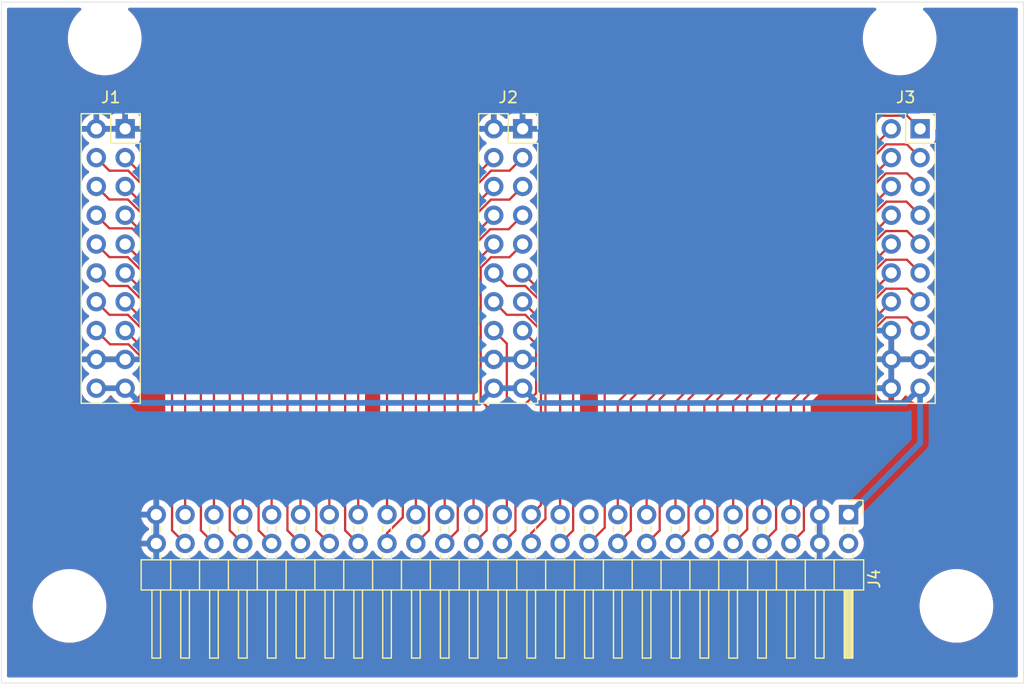
<source format=kicad_pcb>
(kicad_pcb (version 20240108) (generator "pcbnew") (generator_version "8.0")
  (layers (0 "F.Cu" signal) (31 "B.Cu" signal) (34 "B.Paste" user) (35 "F.Paste" user) (36 "B.SilkS" user "B.Silkscreen") (37 "F.SilkS" user "F.Silkscreen") (38 "B.Mask" user) (39 "F.Mask" user) (44 "Edge.Cuts" user))
  (net 0 "")
  (net 1 "/G17")
  (net 2 "/D15")
  (net 3 "/E15")
  (net 4 "GND")
  (net 5 "/C17")
  (net 6 "/E17")
  (net 7 "/C18")
  (net 8 "/F17")
  (net 9 "/F18")
  (net 10 "/G15")
  (net 11 "/F15")
  (net 12 "/G16")
  (net 13 "/E18")
  (net 14 "/H16")
  (net 15 "/E16")
  (net 16 "/D18")
  (net 17 "+5V")
  (net 18 "/A13")
  (net 19 "/C13")
  (net 20 "/B15")
  (net 21 "/D13")
  (net 22 "/B14")
  (net 23 "/B17")
  (net 24 "/A14")
  (net 25 "/C14")
  (net 26 "/C16")
  (net 27 "/D14")
  (net 28 "/A15")
  (net 29 "/B16")
  (net 30 "/A17")
  (net 31 "/C12")
  (net 32 "/D11")
  (net 33 "/D9")
  (net 34 "/D10")
  (net 35 "/C11")
  (net 36 "/A10")
  (net 37 "/C9")
  (net 38 "/A9")
  (net 39 "/B11")
  (net 40 "/B12")
  (net 41 "/F14")
  (net 42 "/E13")
  (net 43 "/A12")
  (net 44 "/D16")
  (net 45 "/B9")
  (net 46 "/B10")
  (net 47 "+3.3V")
  (footprint "Connector_PinHeader_2.54mm:PinHeader_2x25_P2.54mm_Horizontal" (layer "F.Cu") (at 168.5 117.06 -90)
    (property "Reference" "J4" (at 5.655 -2.27 90) (layer "F.SilkS"))
    (property "Value" "Conn_02x25_Odd_Even")
    (fp_line (start 3.98 62.29) (end 6.64 62.29) (stroke (width 0.12)) (layer "F.SilkS"))
    (fp_line (start 6.64 62.29) (end 6.64 -1.33) (stroke (width 0.12)) (layer "F.SilkS"))
    (fp_line (start 1.042929 61.34) (end 1.497071 61.34) (stroke (width 0.12)) (layer "F.SilkS"))
    (fp_line (start 3.582929 61.34) (end 3.98 61.34) (stroke (width 0.12)) (layer "F.SilkS"))
    (fp_line (start 12.64 61.34) (end 6.64 61.34) (stroke (width 0.12)) (layer "F.SilkS"))
    (fp_line (start 1.042929 60.58) (end 1.497071 60.58) (stroke (width 0.12)) (layer "F.SilkS"))
    (fp_line (start 3.582929 60.58) (end 3.98 60.58) (stroke (width 0.12)) (layer "F.SilkS"))
    (fp_line (start 6.64 60.58) (end 12.64 60.58) (stroke (width 0.12)) (layer "F.SilkS"))
    (fp_line (start 12.64 60.58) (end 12.64 61.34) (stroke (width 0.12)) (layer "F.SilkS"))
    (fp_line (start 3.98 59.69) (end 6.64 59.69) (stroke (width 0.12)) (layer "F.SilkS"))
    (fp_line (start 1.042929 58.8) (end 1.497071 58.8) (stroke (width 0.12)) (layer "F.SilkS"))
    (fp_line (start 3.582929 58.8) (end 3.98 58.8) (stroke (width 0.12)) (layer "F.SilkS"))
    (fp_line (start 12.64 58.8) (end 6.64 58.8) (stroke (width 0.12)) (layer "F.SilkS"))
    (fp_line (start 1.042929 58.04) (end 1.497071 58.04) (stroke (width 0.12)) (layer "F.SilkS"))
    (fp_line (start 3.582929 58.04) (end 3.98 58.04) (stroke (width 0.12)) (layer "F.SilkS"))
    (fp_line (start 6.64 58.04) (end 12.64 58.04) (stroke (width 0.12)) (layer "F.SilkS"))
    (fp_line (start 12.64 58.04) (end 12.64 58.8) (stroke (width 0.12)) (layer "F.SilkS"))
    (fp_line (start 3.98 57.15) (end 6.64 57.15) (stroke (width 0.12)) (layer "F.SilkS"))
    (fp_line (start 1.042929 56.26) (end 1.497071 56.26) (stroke (width 0.12)) (layer "F.SilkS"))
    (fp_line (start 3.582929 56.26) (end 3.98 56.26) (stroke (width 0.12)) (layer "F.SilkS"))
    (fp_line (start 12.64 56.26) (end 6.64 56.26) (stroke (width 0.12)) (layer "F.SilkS"))
    (fp_line (start 1.042929 55.5) (end 1.497071 55.5) (stroke (width 0.12)) (layer "F.SilkS"))
    (fp_line (start 3.582929 55.5) (end 3.98 55.5) (stroke (width 0.12)) (layer "F.SilkS"))
    (fp_line (start 6.64 55.5) (end 12.64 55.5) (stroke (width 0.12)) (layer "F.SilkS"))
    (fp_line (start 12.64 55.5) (end 12.64 56.26) (stroke (width 0.12)) (layer "F.SilkS"))
    (fp_line (start 3.98 54.61) (end 6.64 54.61) (stroke (width 0.12)) (layer "F.SilkS"))
    (fp_line (start 1.042929 53.72) (end 1.497071 53.72) (stroke (width 0.12)) (layer "F.SilkS"))
    (fp_line (start 3.582929 53.72) (end 3.98 53.72) (stroke (width 0.12)) (layer "F.SilkS"))
    (fp_line (start 12.64 53.72) (end 6.64 53.72) (stroke (width 0.12)) (layer "F.SilkS"))
    (fp_line (start 1.042929 52.96) (end 1.497071 52.96) (stroke (width 0.12)) (layer "F.SilkS"))
    (fp_line (start 3.582929 52.96) (end 3.98 52.96) (stroke (width 0.12)) (layer "F.SilkS"))
    (fp_line (start 6.64 52.96) (end 12.64 52.96) (stroke (width 0.12)) (layer "F.SilkS"))
    (fp_line (start 12.64 52.96) (end 12.64 53.72) (stroke (width 0.12)) (layer "F.SilkS"))
    (fp_line (start 3.98 52.07) (end 6.64 52.07) (stroke (width 0.12)) (layer "F.SilkS"))
    (fp_line (start 1.042929 51.18) (end 1.497071 51.18) (stroke (width 0.12)) (layer "F.SilkS"))
    (fp_line (start 3.582929 51.18) (end 3.98 51.18) (stroke (width 0.12)) (layer "F.SilkS"))
    (fp_line (start 12.64 51.18) (end 6.64 51.18) (stroke (width 0.12)) (layer "F.SilkS"))
    (fp_line (start 1.042929 50.42) (end 1.497071 50.42) (stroke (width 0.12)) (layer "F.SilkS"))
    (fp_line (start 3.582929 50.42) (end 3.98 50.42) (stroke (width 0.12)) (layer "F.SilkS"))
    (fp_line (start 6.64 50.42) (end 12.64 50.42) (stroke (width 0.12)) (layer "F.SilkS"))
    (fp_line (start 12.64 50.42) (end 12.64 51.18) (stroke (width 0.12)) (layer "F.SilkS"))
    (fp_line (start 3.98 49.53) (end 6.64 49.53) (stroke (width 0.12)) (layer "F.SilkS"))
    (fp_line (start 1.042929 48.64) (end 1.497071 48.64) (stroke (width 0.12)) (layer "F.SilkS"))
    (fp_line (start 3.582929 48.64) (end 3.98 48.64) (stroke (width 0.12)) (layer "F.SilkS"))
    (fp_line (start 12.64 48.64) (end 6.64 48.64) (stroke (width 0.12)) (layer "F.SilkS"))
    (fp_line (start 1.042929 47.88) (end 1.497071 47.88) (stroke (width 0.12)) (layer "F.SilkS"))
    (fp_line (start 3.582929 47.88) (end 3.98 47.88) (stroke (width 0.12)) (layer "F.SilkS"))
    (fp_line (start 6.64 47.88) (end 12.64 47.88) (stroke (width 0.12)) (layer "F.SilkS"))
    (fp_line (start 12.64 47.88) (end 12.64 48.64) (stroke (width 0.12)) (layer "F.SilkS"))
    (fp_line (start 3.98 46.99) (end 6.64 46.99) (stroke (width 0.12)) (layer "F.SilkS"))
    (fp_line (start 1.042929 46.1) (end 1.497071 46.1) (stroke (width 0.12)) (layer "F.SilkS"))
    (fp_line (start 3.582929 46.1) (end 3.98 46.1) (stroke (width 0.12)) (layer "F.SilkS"))
    (fp_line (start 12.64 46.1) (end 6.64 46.1) (stroke (width 0.12)) (layer "F.SilkS"))
    (fp_line (start 1.042929 45.34) (end 1.497071 45.34) (stroke (width 0.12)) (layer "F.SilkS"))
    (fp_line (start 3.582929 45.34) (end 3.98 45.34) (stroke (width 0.12)) (layer "F.SilkS"))
    (fp_line (start 6.64 45.34) (end 12.64 45.34) (stroke (width 0.12)) (layer "F.SilkS"))
    (fp_line (start 12.64 45.34) (end 12.64 46.1) (stroke (width 0.12)) (layer "F.SilkS"))
    (fp_line (start 3.98 44.45) (end 6.64 44.45) (stroke (width 0.12)) (layer "F.SilkS"))
    (fp_line (start 1.042929 43.56) (end 1.497071 43.56) (stroke (width 0.12)) (layer "F.SilkS"))
    (fp_line (start 3.582929 43.56) (end 3.98 43.56) (stroke (width 0.12)) (layer "F.SilkS"))
    (fp_line (start 12.64 43.56) (end 6.64 43.56) (stroke (width 0.12)) (layer "F.SilkS"))
    (fp_line (start 1.042929 42.8) (end 1.497071 42.8) (stroke (width 0.12)) (layer "F.SilkS"))
    (fp_line (start 3.582929 42.8) (end 3.98 42.8) (stroke (width 0.12)) (layer "F.SilkS"))
    (fp_line (start 6.64 42.8) (end 12.64 42.8) (stroke (width 0.12)) (layer "F.SilkS"))
    (fp_line (start 12.64 42.8) (end 12.64 43.56) (stroke (width 0.12)) (layer "F.SilkS"))
    (fp_line (start 3.98 41.91) (end 6.64 41.91) (stroke (width 0.12)) (layer "F.SilkS"))
    (fp_line (start 1.042929 41.02) (end 1.497071 41.02) (stroke (width 0.12)) (layer "F.SilkS"))
    (fp_line (start 3.582929 41.02) (end 3.98 41.02) (stroke (width 0.12)) (layer "F.SilkS"))
    (fp_line (start 12.64 41.02) (end 6.64 41.02) (stroke (width 0.12)) (layer "F.SilkS"))
    (fp_line (start 1.042929 40.26) (end 1.497071 40.26) (stroke (width 0.12)) (layer "F.SilkS"))
    (fp_line (start 3.582929 40.26) (end 3.98 40.26) (stroke (width 0.12)) (layer "F.SilkS"))
    (fp_line (start 6.64 40.26) (end 12.64 40.26) (stroke (width 0.12)) (layer "F.SilkS"))
    (fp_line (start 12.64 40.26) (end 12.64 41.02) (stroke (width 0.12)) (layer "F.SilkS"))
    (fp_line (start 3.98 39.37) (end 6.64 39.37) (stroke (width 0.12)) (layer "F.SilkS"))
    (fp_line (start 1.042929 38.48) (end 1.497071 38.48) (stroke (width 0.12)) (layer "F.SilkS"))
    (fp_line (start 3.582929 38.48) (end 3.98 38.48) (stroke (width 0.12)) (layer "F.SilkS"))
    (fp_line (start 12.64 38.48) (end 6.64 38.48) (stroke (width 0.12)) (layer "F.SilkS"))
    (fp_line (start 1.042929 37.72) (end 1.497071 37.72) (stroke (width 0.12)) (layer "F.SilkS"))
    (fp_line (start 3.582929 37.72) (end 3.98 37.72) (stroke (width 0.12)) (layer "F.SilkS"))
    (fp_line (start 6.64 37.72) (end 12.64 37.72) (stroke (width 0.12)) (layer "F.SilkS"))
    (fp_line (start 12.64 37.72) (end 12.64 38.48) (stroke (width 0.12)) (layer "F.SilkS"))
    (fp_line (start 3.98 36.83) (end 6.64 36.83) (stroke (width 0.12)) (layer "F.SilkS"))
    (fp_line (start 1.042929 35.94) (end 1.497071 35.94) (stroke (width 0.12)) (layer "F.SilkS"))
    (fp_line (start 3.582929 35.94) (end 3.98 35.94) (stroke (width 0.12)) (layer "F.SilkS"))
    (fp_line (start 12.64 35.94) (end 6.64 35.94) (stroke (width 0.12)) (layer "F.SilkS"))
    (fp_line (start 1.042929 35.18) (end 1.497071 35.18) (stroke (width 0.12)) (layer "F.SilkS"))
    (fp_line (start 3.582929 35.18) (end 3.98 35.18) (stroke (width 0.12)) (layer "F.SilkS"))
    (fp_line (start 6.64 35.18) (end 12.64 35.18) (stroke (width 0.12)) (layer "F.SilkS"))
    (fp_line (start 12.64 35.18) (end 12.64 35.94) (stroke (width 0.12)) (layer "F.SilkS"))
    (fp_line (start 3.98 34.29) (end 6.64 34.29) (stroke (width 0.12)) (layer "F.SilkS"))
    (fp_line (start 1.042929 33.4) (end 1.497071 33.4) (stroke (width 0.12)) (layer "F.SilkS"))
    (fp_line (start 3.582929 33.4) (end 3.98 33.4) (stroke (width 0.12)) (layer "F.SilkS"))
    (fp_line (start 12.64 33.4) (end 6.64 33.4) (stroke (width 0.12)) (layer "F.SilkS"))
    (fp_line (start 1.042929 32.64) (end 1.497071 32.64) (stroke (width 0.12)) (layer "F.SilkS"))
    (fp_line (start 3.582929 32.64) (end 3.98 32.64) (stroke (width 0.12)) (layer "F.SilkS"))
    (fp_line (start 6.64 32.64) (end 12.64 32.64) (stroke (width 0.12)) (layer "F.SilkS"))
    (fp_line (start 12.64 32.64) (end 12.64 33.4) (stroke (width 0.12)) (layer "F.SilkS"))
    (fp_line (start 3.98 31.75) (end 6.64 31.75) (stroke (width 0.12)) (layer "F.SilkS"))
    (fp_line (start 1.042929 30.86) (end 1.497071 30.86) (stroke (width 0.12)) (layer "F.SilkS"))
    (fp_line (start 3.582929 30.86) (end 3.98 30.86) (stroke (width 0.12)) (layer "F.SilkS"))
    (fp_line (start 12.64 30.86) (end 6.64 30.86) (stroke (width 0.12)) (layer "F.SilkS"))
    (fp_line (start 1.042929 30.1) (end 1.497071 30.1) (stroke (width 0.12)) (layer "F.SilkS"))
    (fp_line (start 3.582929 30.1) (end 3.98 30.1) (stroke (width 0.12)) (layer "F.SilkS"))
    (fp_line (start 6.64 30.1) (end 12.64 30.1) (stroke (width 0.12)) (layer "F.SilkS"))
    (fp_line (start 12.64 30.1) (end 12.64 30.86) (stroke (width 0.12)) (layer "F.SilkS"))
    (fp_line (start 3.98 29.21) (end 6.64 29.21) (stroke (width 0.12)) (layer "F.SilkS"))
    (fp_line (start 1.042929 28.32) (end 1.497071 28.32) (stroke (width 0.12)) (layer "F.SilkS"))
    (fp_line (start 3.582929 28.32) (end 3.98 28.32) (stroke (width 0.12)) (layer "F.SilkS"))
    (fp_line (start 12.64 28.32) (end 6.64 28.32) (stroke (width 0.12)) (layer "F.SilkS"))
    (fp_line (start 1.042929 27.56) (end 1.497071 27.56) (stroke (width 0.12)) (layer "F.SilkS"))
    (fp_line (start 3.582929 27.56) (end 3.98 27.56) (stroke (width 0.12)) (layer "F.SilkS"))
    (fp_line (start 6.64 27.56) (end 12.64 27.56) (stroke (width 0.12)) (layer "F.SilkS"))
    (fp_line (start 12.64 27.56) (end 12.64 28.32) (stroke (width 0.12)) (layer "F.SilkS"))
    (fp_line (start 3.98 26.67) (end 6.64 26.67) (stroke (width 0.12)) (layer "F.SilkS"))
    (fp_line (start 1.042929 25.78) (end 1.497071 25.78) (stroke (width 0.12)) (layer "F.SilkS"))
    (fp_line (start 3.582929 25.78) (end 3.98 25.78) (stroke (width 0.12)) (layer "F.SilkS"))
    (fp_line (start 12.64 25.78) (end 6.64 25.78) (stroke (width 0.12)) (layer "F.SilkS"))
    (fp_line (start 1.042929 25.02) (end 1.497071 25.02) (stroke (width 0.12)) (layer "F.SilkS"))
    (fp_line (start 3.582929 25.02) (end 3.98 25.02) (stroke (width 0.12)) (layer "F.SilkS"))
    (fp_line (start 6.64 25.02) (end 12.64 25.02) (stroke (width 0.12)) (layer "F.SilkS"))
    (fp_line (start 12.64 25.02) (end 12.64 25.78) (stroke (width 0.12)) (layer "F.SilkS"))
    (fp_line (start 3.98 24.13) (end 6.64 24.13) (stroke (width 0.12)) (layer "F.SilkS"))
    (fp_line (start 1.042929 23.24) (end 1.497071 23.24) (stroke (width 0.12)) (layer "F.SilkS"))
    (fp_line (start 3.582929 23.24) (end 3.98 23.24) (stroke (width 0.12)) (layer "F.SilkS"))
    (fp_line (start 12.64 23.24) (end 6.64 23.24) (stroke (width 0.12)) (layer "F.SilkS"))
    (fp_line (start 1.042929 22.48) (end 1.497071 22.48) (stroke (width 0.12)) (layer "F.SilkS"))
    (fp_line (start 3.582929 22.48) (end 3.98 22.48) (stroke (width 0.12)) (layer "F.SilkS"))
    (fp_line (start 6.64 22.48) (end 12.64 22.48) (stroke (width 0.12)) (layer "F.SilkS"))
    (fp_line (start 12.64 22.48) (end 12.64 23.24) (stroke (width 0.12)) (layer "F.SilkS"))
    (fp_line (start 3.98 21.59) (end 6.64 21.59) (stroke (width 0.12)) (layer "F.SilkS"))
    (fp_line (start 1.042929 20.7) (end 1.497071 20.7) (stroke (width 0.12)) (layer "F.SilkS"))
    (fp_line (start 3.582929 20.7) (end 3.98 20.7) (stroke (width 0.12)) (layer "F.SilkS"))
    (fp_line (start 12.64 20.7) (end 6.64 20.7) (stroke (width 0.12)) (layer "F.SilkS"))
    (fp_line (start 1.042929 19.94) (end 1.497071 19.94) (stroke (width 0.12)) (layer "F.SilkS"))
    (fp_line (start 3.582929 19.94) (end 3.98 19.94) (stroke (width 0.12)) (layer "F.SilkS"))
    (fp_line (start 6.64 19.94) (end 12.64 19.94) (stroke (width 0.12)) (layer "F.SilkS"))
    (fp_line (start 12.64 19.94) (end 12.64 20.7) (stroke (width 0.12)) (layer "F.SilkS"))
    (fp_line (start 3.98 19.05) (end 6.64 19.05) (stroke (width 0.12)) (layer "F.SilkS"))
    (fp_line (start 1.042929 18.16) (end 1.497071 18.16) (stroke (width 0.12)) (layer "F.SilkS"))
    (fp_line (start 3.582929 18.16) (end 3.98 18.16) (stroke (width 0.12)) (layer "F.SilkS"))
    (fp_line (start 12.64 18.16) (end 6.64 18.16) (stroke (width 0.12)) (layer "F.SilkS"))
    (fp_line (start 1.042929 17.4) (end 1.497071 17.4) (stroke (width 0.12)) (layer "F.SilkS"))
    (fp_line (start 3.582929 17.4) (end 3.98 17.4) (stroke (width 0.12)) (layer "F.SilkS"))
    (fp_line (start 6.64 17.4) (end 12.64 17.4) (stroke (width 0.12)) (layer "F.SilkS"))
    (fp_line (start 12.64 17.4) (end 12.64 18.16) (stroke (width 0.12)) (layer "F.SilkS"))
    (fp_line (start 3.98 16.51) (end 6.64 16.51) (stroke (width 0.12)) (layer "F.SilkS"))
    (fp_line (start 1.042929 15.62) (end 1.497071 15.62) (stroke (width 0.12)) (layer "F.SilkS"))
    (fp_line (start 3.582929 15.62) (end 3.98 15.62) (stroke (width 0.12)) (layer "F.SilkS"))
    (fp_line (start 12.64 15.62) (end 6.64 15.62) (stroke (width 0.12)) (layer "F.SilkS"))
    (fp_line (start 1.042929 14.86) (end 1.497071 14.86) (stroke (width 0.12)) (layer "F.SilkS"))
    (fp_line (start 3.582929 14.86) (end 3.98 14.86) (stroke (width 0.12)) (layer "F.SilkS"))
    (fp_line (start 6.64 14.86) (end 12.64 14.86) (stroke (width 0.12)) (layer "F.SilkS"))
    (fp_line (start 12.64 14.86) (end 12.64 15.62) (stroke (width 0.12)) (layer "F.SilkS"))
    (fp_line (start 3.98 13.97) (end 6.64 13.97) (stroke (width 0.12)) (layer "F.SilkS"))
    (fp_line (start 1.042929 13.08) (end 1.497071 13.08) (stroke (width 0.12)) (layer "F.SilkS"))
    (fp_line (start 3.582929 13.08) (end 3.98 13.08) (stroke (width 0.12)) (layer "F.SilkS"))
    (fp_line (start 12.64 13.08) (end 6.64 13.08) (stroke (width 0.12)) (layer "F.SilkS"))
    (fp_line (start 1.042929 12.32) (end 1.497071 12.32) (stroke (width 0.12)) (layer "F.SilkS"))
    (fp_line (start 3.582929 12.32) (end 3.98 12.32) (stroke (width 0.12)) (layer "F.SilkS"))
    (fp_line (start 6.64 12.32) (end 12.64 12.32) (stroke (width 0.12)) (layer "F.SilkS"))
    (fp_line (start 12.64 12.32) (end 12.64 13.08) (stroke (width 0.12)) (layer "F.SilkS"))
    (fp_line (start 3.98 11.43) (end 6.64 11.43) (stroke (width 0.12)) (layer "F.SilkS"))
    (fp_line (start 1.042929 10.54) (end 1.497071 10.54) (stroke (width 0.12)) (layer "F.SilkS"))
    (fp_line (start 3.582929 10.54) (end 3.98 10.54) (stroke (width 0.12)) (layer "F.SilkS"))
    (fp_line (start 12.64 10.54) (end 6.64 10.54) (stroke (width 0.12)) (layer "F.SilkS"))
    (fp_line (start 1.042929 9.78) (end 1.497071 9.78) (stroke (width 0.12)) (layer "F.SilkS"))
    (fp_line (start 3.582929 9.78) (end 3.98 9.78) (stroke (width 0.12)) (layer "F.SilkS"))
    (fp_line (start 6.64 9.78) (end 12.64 9.78) (stroke (width 0.12)) (layer "F.SilkS"))
    (fp_line (start 12.64 9.78) (end 12.64 10.54) (stroke (width 0.12)) (layer "F.SilkS"))
    (fp_line (start 3.98 8.89) (end 6.64 8.89) (stroke (width 0.12)) (layer "F.SilkS"))
    (fp_line (start 1.042929 8) (end 1.497071 8) (stroke (width 0.12)) (layer "F.SilkS"))
    (fp_line (start 3.582929 8) (end 3.98 8) (stroke (width 0.12)) (layer "F.SilkS"))
    (fp_line (start 12.64 8) (end 6.64 8) (stroke (width 0.12)) (layer "F.SilkS"))
    (fp_line (start 1.042929 7.24) (end 1.497071 7.24) (stroke (width 0.12)) (layer "F.SilkS"))
    (fp_line (start 3.582929 7.24) (end 3.98 7.24) (stroke (width 0.12)) (layer "F.SilkS"))
    (fp_line (start 6.64 7.24) (end 12.64 7.24) (stroke (width 0.12)) (layer "F.SilkS"))
    (fp_line (start 12.64 7.24) (end 12.64 8) (stroke (width 0.12)) (layer "F.SilkS"))
    (fp_line (start 3.98 6.35) (end 6.64 6.35) (stroke (width 0.12)) (layer "F.SilkS"))
    (fp_line (start 1.042929 5.46) (end 1.497071 5.46) (stroke (width 0.12)) (layer "F.SilkS"))
    (fp_line (start 3.582929 5.46) (end 3.98 5.46) (stroke (width 0.12)) (layer "F.SilkS"))
    (fp_line (start 12.64 5.46) (end 6.64 5.46) (stroke (width 0.12)) (layer "F.SilkS"))
    (fp_line (start 1.042929 4.7) (end 1.497071 4.7) (stroke (width 0.12)) (layer "F.SilkS"))
    (fp_line (start 3.582929 4.7) (end 3.98 4.7) (stroke (width 0.12)) (layer "F.SilkS"))
    (fp_line (start 6.64 4.7) (end 12.64 4.7) (stroke (width 0.12)) (layer "F.SilkS"))
    (fp_line (start 12.64 4.7) (end 12.64 5.46) (stroke (width 0.12)) (layer "F.SilkS"))
    (fp_line (start 3.98 3.81) (end 6.64 3.81) (stroke (width 0.12)) (layer "F.SilkS"))
    (fp_line (start 1.042929 2.92) (end 1.497071 2.92) (stroke (width 0.12)) (layer "F.SilkS"))
    (fp_line (start 3.582929 2.92) (end 3.98 2.92) (stroke (width 0.12)) (layer "F.SilkS"))
    (fp_line (start 12.64 2.92) (end 6.64 2.92) (stroke (width 0.12)) (layer "F.SilkS"))
    (fp_line (start 1.042929 2.16) (end 1.497071 2.16) (stroke (width 0.12)) (layer "F.SilkS"))
    (fp_line (start 3.582929 2.16) (end 3.98 2.16) (stroke (width 0.12)) (layer "F.SilkS"))
    (fp_line (start 6.64 2.16) (end 12.64 2.16) (stroke (width 0.12)) (layer "F.SilkS"))
    (fp_line (start 12.64 2.16) (end 12.64 2.92) (stroke (width 0.12)) (layer "F.SilkS"))
    (fp_line (start 3.98 1.27) (end 6.64 1.27) (stroke (width 0.12)) (layer "F.SilkS"))
    (fp_line (start 1.11 0.38) (end 1.497071 0.38) (stroke (width 0.12)) (layer "F.SilkS"))
    (fp_line (start 3.582929 0.38) (end 3.98 0.38) (stroke (width 0.12)) (layer "F.SilkS"))
    (fp_line (start 12.64 0.38) (end 6.64 0.38) (stroke (width 0.12)) (layer "F.SilkS"))
    (fp_line (start 6.64 0.28) (end 12.64 0.28) (stroke (width 0.12)) (layer "F.SilkS"))
    (fp_line (start 6.64 0.16) (end 12.64 0.16) (stroke (width 0.12)) (layer "F.SilkS"))
    (fp_line (start 6.64 0.04) (end 12.64 0.04) (stroke (width 0.12)) (layer "F.SilkS"))
    (fp_line (start -1.27 0) (end -1.27 -1.27) (stroke (width 0.12)) (layer "F.SilkS"))
    (fp_line (start 6.64 -0.08) (end 12.64 -0.08) (stroke (width 0.12)) (layer "F.SilkS"))
    (fp_line (start 6.64 -0.2) (end 12.64 -0.2) (stroke (width 0.12)) (layer "F.SilkS"))
    (fp_line (start 6.64 -0.32) (end 12.64 -0.32) (stroke (width 0.12)) (layer "F.SilkS"))
    (fp_line (start 1.11 -0.38) (end 1.497071 -0.38) (stroke (width 0.12)) (layer "F.SilkS"))
    (fp_line (start 3.582929 -0.38) (end 3.98 -0.38) (stroke (width 0.12)) (layer "F.SilkS"))
    (fp_line (start 6.64 -0.38) (end 12.64 -0.38) (stroke (width 0.12)) (layer "F.SilkS"))
    (fp_line (start 12.64 -0.38) (end 12.64 0.38) (stroke (width 0.12)) (layer "F.SilkS"))
    (fp_line (start -1.27 -1.27) (end 0 -1.27) (stroke (width 0.12)) (layer "F.SilkS"))
    (fp_line (start 3.98 -1.33) (end 3.98 62.29) (stroke (width 0.12)) (layer "F.SilkS"))
    (fp_line (start 6.64 -1.33) (end 3.98 -1.33) (stroke (width 0.12)) (layer "F.SilkS"))
    (pad "1" thru_hole rect (at 0 0 270) (size 1.7 1.7) (drill 1) (layers "*.Cu" "*.Mask") (net 17 "+5V"))
    (pad "2" thru_hole oval (at 2.54 0 270) (size 1.7 1.7) (drill 1) (layers "*.Cu" "*.Mask") (net 47 "+3.3V"))
    (pad "3" thru_hole oval (at 0 2.54 270) (size 1.7 1.7) (drill 1) (layers "*.Cu" "*.Mask") (net 4 "GND"))
    (pad "4" thru_hole oval (at 2.54 2.54 270) (size 1.7 1.7) (drill 1) (layers "*.Cu" "*.Mask") (net 4 "GND"))
    (pad "5" thru_hole oval (at 0 5.08 270) (size 1.7 1.7) (drill 1) (layers "*.Cu" "*.Mask") (net 9 "/F18"))
    (pad "6" thru_hole oval (at 2.54 5.08 270) (size 1.7 1.7) (drill 1) (layers "*.Cu" "*.Mask") (net 1 "/G17"))
    (pad "7" thru_hole oval (at 0 7.62 270) (size 1.7 1.7) (drill 1) (layers "*.Cu" "*.Mask") (net 13 "/E18"))
    (pad "8" thru_hole oval (at 2.54 7.62 270) (size 1.7 1.7) (drill 1) (layers "*.Cu" "*.Mask") (net 8 "/F17"))
    (pad "9" thru_hole oval (at 0 10.16 270) (size 1.7 1.7) (drill 1) (layers "*.Cu" "*.Mask") (net 16 "/D18"))
    (pad "10" thru_hole oval (at 2.54 10.16 270) (size 1.7 1.7) (drill 1) (layers "*.Cu" "*.Mask") (net 6 "/E17"))
    (pad "11" thru_hole oval (at 0 12.7 270) (size 1.7 1.7) (drill 1) (layers "*.Cu" "*.Mask") (net 5 "/C17"))
    (pad "12" thru_hole oval (at 2.54 12.7 270) (size 1.7 1.7) (drill 1) (layers "*.Cu" "*.Mask") (net 7 "/C18"))
    (pad "13" thru_hole oval (at 0 15.24 270) (size 1.7 1.7) (drill 1) (layers "*.Cu" "*.Mask") (net 10 "/G15"))
    (pad "14" thru_hole oval (at 2.54 15.24 270) (size 1.7 1.7) (drill 1) (layers "*.Cu" "*.Mask") (net 14 "/H16"))
    (pad "15" thru_hole oval (at 0 17.78 270) (size 1.7 1.7) (drill 1) (layers "*.Cu" "*.Mask") (net 11 "/F15"))
    (pad "16" thru_hole oval (at 2.54 17.78 270) (size 1.7 1.7) (drill 1) (layers "*.Cu" "*.Mask") (net 12 "/G16"))
    (pad "17" thru_hole oval (at 0 20.32 270) (size 1.7 1.7) (drill 1) (layers "*.Cu" "*.Mask") (net 15 "/E16"))
    (pad "18" thru_hole oval (at 2.54 20.32 270) (size 1.7 1.7) (drill 1) (layers "*.Cu" "*.Mask") (net 3 "/E15"))
    (pad "19" thru_hole oval (at 0 22.86 270) (size 1.7 1.7) (drill 1) (layers "*.Cu" "*.Mask") (net 44 "/D16"))
    (pad "20" thru_hole oval (at 2.54 22.86 270) (size 1.7 1.7) (drill 1) (layers "*.Cu" "*.Mask") (net 2 "/D15"))
    (pad "21" thru_hole oval (at 0 25.4 270) (size 1.7 1.7) (drill 1) (layers "*.Cu" "*.Mask") (net 30 "/A17"))
    (pad "22" thru_hole oval (at 2.54 25.4 270) (size 1.7 1.7) (drill 1) (layers "*.Cu" "*.Mask") (net 23 "/B17"))
    (pad "23" thru_hole oval (at 0 27.94 270) (size 1.7 1.7) (drill 1) (layers "*.Cu" "*.Mask") (net 26 "/C16"))
    (pad "24" thru_hole oval (at 2.54 27.94 270) (size 1.7 1.7) (drill 1) (layers "*.Cu" "*.Mask") (net 29 "/B16"))
    (pad "25" thru_hole oval (at 0 30.48 270) (size 1.7 1.7) (drill 1) (layers "*.Cu" "*.Mask") (net 28 "/A15"))
    (pad "26" thru_hole oval (at 2.54 30.48 270) (size 1.7 1.7) (drill 1) (layers "*.Cu" "*.Mask") (net 20 "/B15"))
    (pad "27" thru_hole oval (at 0 33.02 270) (size 1.7 1.7) (drill 1) (layers "*.Cu" "*.Mask") (net 24 "/A14"))
    (pad "28" thru_hole oval (at 2.54 33.02 270) (size 1.7 1.7) (drill 1) (layers "*.Cu" "*.Mask") (net 22 "/B14"))
    (pad "29" thru_hole oval (at 0 35.56 270) (size 1.7 1.7) (drill 1) (layers "*.Cu" "*.Mask") (net 25 "/C14"))
    (pad "30" thru_hole oval (at 2.54 35.56 270) (size 1.7 1.7) (drill 1) (layers "*.Cu" "*.Mask") (net 27 "/D14"))
    (pad "31" thru_hole oval (at 0 38.1 270) (size 1.7 1.7) (drill 1) (layers "*.Cu" "*.Mask") (net 19 "/C13"))
    (pad "32" thru_hole oval (at 2.54 38.1 270) (size 1.7 1.7) (drill 1) (layers "*.Cu" "*.Mask") (net 21 "/D13"))
    (pad "33" thru_hole oval (at 0 40.64 270) (size 1.7 1.7) (drill 1) (layers "*.Cu" "*.Mask") (net 18 "/A13"))
    (pad "34" thru_hole oval (at 2.54 40.64 270) (size 1.7 1.7) (drill 1) (layers "*.Cu" "*.Mask") (net 31 "/C12"))
    (pad "35" thru_hole oval (at 0 43.18 270) (size 1.7 1.7) (drill 1) (layers "*.Cu" "*.Mask") (net 41 "/F14"))
    (pad "36" thru_hole oval (at 2.54 43.18 270) (size 1.7 1.7) (drill 1) (layers "*.Cu" "*.Mask") (net 42 "/E13"))
    (pad "37" thru_hole oval (at 0 45.72 270) (size 1.7 1.7) (drill 1) (layers "*.Cu" "*.Mask") (net 40 "/B12"))
    (pad "38" thru_hole oval (at 2.54 45.72 270) (size 1.7 1.7) (drill 1) (layers "*.Cu" "*.Mask") (net 43 "/A12"))
    (pad "39" thru_hole oval (at 0 48.26 270) (size 1.7 1.7) (drill 1) (layers "*.Cu" "*.Mask") (net 35 "/C11"))
    (pad "40" thru_hole oval (at 2.54 48.26 270) (size 1.7 1.7) (drill 1) (layers "*.Cu" "*.Mask") (net 39 "/B11"))
    (pad "41" thru_hole oval (at 0 50.8 270) (size 1.7 1.7) (drill 1) (layers "*.Cu" "*.Mask") (net 32 "/D11"))
    (pad "42" thru_hole oval (at 2.54 50.8 270) (size 1.7 1.7) (drill 1) (layers "*.Cu" "*.Mask") (net 34 "/D10"))
    (pad "43" thru_hole oval (at 0 53.34 270) (size 1.7 1.7) (drill 1) (layers "*.Cu" "*.Mask") (net 37 "/C9"))
    (pad "44" thru_hole oval (at 2.54 53.34 270) (size 1.7 1.7) (drill 1) (layers "*.Cu" "*.Mask") (net 33 "/D9"))
    (pad "45" thru_hole oval (at 0 55.88 270) (size 1.7 1.7) (drill 1) (layers "*.Cu" "*.Mask") (net 36 "/A10"))
    (pad "46" thru_hole oval (at 2.54 55.88 270) (size 1.7 1.7) (drill 1) (layers "*.Cu" "*.Mask") (net 46 "/B10"))
    (pad "47" thru_hole oval (at 0 58.42 270) (size 1.7 1.7) (drill 1) (layers "*.Cu" "*.Mask") (net 38 "/A9"))
    (pad "48" thru_hole oval (at 2.54 58.42 270) (size 1.7 1.7) (drill 1) (layers "*.Cu" "*.Mask") (net 45 "/B9"))
    (pad "49" thru_hole oval (at 0 60.96 270) (size 1.7 1.7) (drill 1) (layers "*.Cu" "*.Mask") (net 4 "GND"))
    (pad "50" thru_hole oval (at 2.54 60.96 270) (size 1.7 1.7) (drill 1) (layers "*.Cu" "*.Mask") (net 4 "GND"))
  )
  (footprint "Connector_PinSocket_2.54mm:PinSocket_2x10_P2.54mm_Vertical" (layer "F.Cu") (at 174.8 83.06)
    (property "Reference" "J3" (at -1.27 -2.77 0) (layer "F.SilkS"))
    (property "Value" "Conn_02x10_Odd_Even")
    (fp_line (start -3.87 -1.33) (end -3.87 24.19) (stroke (width 0.12)) (layer "F.SilkS"))
    (fp_line (start -3.87 -1.33) (end -1.27 -1.33) (stroke (width 0.12)) (layer "F.SilkS"))
    (fp_line (start -3.87 24.19) (end 1.33 24.19) (stroke (width 0.12)) (layer "F.SilkS"))
    (fp_line (start -1.27 -1.33) (end -1.27 1.27) (stroke (width 0.12)) (layer "F.SilkS"))
    (fp_line (start -1.27 1.27) (end 1.33 1.27) (stroke (width 0.12)) (layer "F.SilkS"))
    (fp_line (start 0 -1.33) (end 1.33 -1.33) (stroke (width 0.12)) (layer "F.SilkS"))
    (fp_line (start 1.33 -1.33) (end 1.33 0) (stroke (width 0.12)) (layer "F.SilkS"))
    (fp_line (start 1.33 1.27) (end 1.33 24.19) (stroke (width 0.12)) (layer "F.SilkS"))
    (pad "1" thru_hole rect (at 0 0) (size 1.7 1.7) (drill 1) (layers "*.Cu" "*.Mask") (net 2 "/D15"))
    (pad "2" thru_hole oval (at -2.54 0) (size 1.7 1.7) (drill 1) (layers "*.Cu" "*.Mask") (net 15 "/E16"))
    (pad "3" thru_hole oval (at 0 2.54) (size 1.7 1.7) (drill 1) (layers "*.Cu" "*.Mask") (net 3 "/E15"))
    (pad "4" thru_hole oval (at -2.54 2.54) (size 1.7 1.7) (drill 1) (layers "*.Cu" "*.Mask") (net 11 "/F15"))
    (pad "5" thru_hole oval (at 0 5.08) (size 1.7 1.7) (drill 1) (layers "*.Cu" "*.Mask") (net 12 "/G16"))
    (pad "6" thru_hole oval (at -2.54 5.08) (size 1.7 1.7) (drill 1) (layers "*.Cu" "*.Mask") (net 10 "/G15"))
    (pad "7" thru_hole oval (at 0 7.62) (size 1.7 1.7) (drill 1) (layers "*.Cu" "*.Mask") (net 14 "/H16"))
    (pad "8" thru_hole oval (at -2.54 7.62) (size 1.7 1.7) (drill 1) (layers "*.Cu" "*.Mask") (net 5 "/C17"))
    (pad "9" thru_hole oval (at 0 10.16) (size 1.7 1.7) (drill 1) (layers "*.Cu" "*.Mask") (net 7 "/C18"))
    (pad "10" thru_hole oval (at -2.54 10.16) (size 1.7 1.7) (drill 1) (layers "*.Cu" "*.Mask") (net 16 "/D18"))
    (pad "11" thru_hole oval (at 0 12.7) (size 1.7 1.7) (drill 1) (layers "*.Cu" "*.Mask") (net 6 "/E17"))
    (pad "12" thru_hole oval (at -2.54 12.7) (size 1.7 1.7) (drill 1) (layers "*.Cu" "*.Mask") (net 13 "/E18"))
    (pad "13" thru_hole oval (at 0 15.24) (size 1.7 1.7) (drill 1) (layers "*.Cu" "*.Mask") (net 8 "/F17"))
    (pad "14" thru_hole oval (at -2.54 15.24) (size 1.7 1.7) (drill 1) (layers "*.Cu" "*.Mask") (net 9 "/F18"))
    (pad "15" thru_hole oval (at 0 17.78) (size 1.7 1.7) (drill 1) (layers "*.Cu" "*.Mask") (net 1 "/G17"))
    (pad "16" thru_hole oval (at -2.54 17.78) (size 1.7 1.7) (drill 1) (layers "*.Cu" "*.Mask") (net 4 "GND"))
    (pad "17" thru_hole oval (at 0 20.32) (size 1.7 1.7) (drill 1) (layers "*.Cu" "*.Mask") (net 4 "GND"))
    (pad "18" thru_hole oval (at -2.54 20.32) (size 1.7 1.7) (drill 1) (layers "*.Cu" "*.Mask") (net 4 "GND"))
    (pad "19" thru_hole oval (at 0 22.86) (size 1.7 1.7) (drill 1) (layers "*.Cu" "*.Mask") (net 17 "+5V"))
    (pad "20" thru_hole oval (at -2.54 22.86) (size 1.7 1.7) (drill 1) (layers "*.Cu" "*.Mask") (net 4 "GND"))
  )
  (footprint "Connector_PinSocket_2.54mm:PinSocket_2x10_P2.54mm_Vertical" (layer "F.Cu") (at 104.8 83.06)
    (property "Reference" "J1" (at -1.27 -2.77 0) (layer "F.SilkS"))
    (property "Value" "Conn_02x10_Odd_Even")
    (fp_line (start -3.87 -1.33) (end -3.87 24.19) (stroke (width 0.12)) (layer "F.SilkS"))
    (fp_line (start -3.87 -1.33) (end -1.27 -1.33) (stroke (width 0.12)) (layer "F.SilkS"))
    (fp_line (start -3.87 24.19) (end 1.33 24.19) (stroke (width 0.12)) (layer "F.SilkS"))
    (fp_line (start -1.27 -1.33) (end -1.27 1.27) (stroke (width 0.12)) (layer "F.SilkS"))
    (fp_line (start -1.27 1.27) (end 1.33 1.27) (stroke (width 0.12)) (layer "F.SilkS"))
    (fp_line (start 0 -1.33) (end 1.33 -1.33) (stroke (width 0.12)) (layer "F.SilkS"))
    (fp_line (start 1.33 -1.33) (end 1.33 0) (stroke (width 0.12)) (layer "F.SilkS"))
    (fp_line (start 1.33 1.27) (end 1.33 24.19) (stroke (width 0.12)) (layer "F.SilkS"))
    (pad "1" thru_hole rect (at 0 0) (size 1.7 1.7) (drill 1) (layers "*.Cu" "*.Mask") (net 4 "GND"))
    (pad "2" thru_hole oval (at -2.54 0) (size 1.7 1.7) (drill 1) (layers "*.Cu" "*.Mask") (net 4 "GND"))
    (pad "3" thru_hole oval (at 0 2.54) (size 1.7 1.7) (drill 1) (layers "*.Cu" "*.Mask") (net 41 "/F14"))
    (pad "4" thru_hole oval (at -2.54 2.54) (size 1.7 1.7) (drill 1) (layers "*.Cu" "*.Mask") (net 42 "/E13"))
    (pad "5" thru_hole oval (at 0 5.08) (size 1.7 1.7) (drill 1) (layers "*.Cu" "*.Mask") (net 40 "/B12"))
    (pad "6" thru_hole oval (at -2.54 5.08) (size 1.7 1.7) (drill 1) (layers "*.Cu" "*.Mask") (net 43 "/A12"))
    (pad "7" thru_hole oval (at 0 7.62) (size 1.7 1.7) (drill 1) (layers "*.Cu" "*.Mask") (net 35 "/C11"))
    (pad "8" thru_hole oval (at -2.54 7.62) (size 1.7 1.7) (drill 1) (layers "*.Cu" "*.Mask") (net 39 "/B11"))
    (pad "9" thru_hole oval (at 0 10.16) (size 1.7 1.7) (drill 1) (layers "*.Cu" "*.Mask") (net 32 "/D11"))
    (pad "10" thru_hole oval (at -2.54 10.16) (size 1.7 1.7) (drill 1) (layers "*.Cu" "*.Mask") (net 34 "/D10"))
    (pad "11" thru_hole oval (at 0 12.7) (size 1.7 1.7) (drill 1) (layers "*.Cu" "*.Mask") (net 37 "/C9"))
    (pad "12" thru_hole oval (at -2.54 12.7) (size 1.7 1.7) (drill 1) (layers "*.Cu" "*.Mask") (net 33 "/D9"))
    (pad "13" thru_hole oval (at 0 15.24) (size 1.7 1.7) (drill 1) (layers "*.Cu" "*.Mask") (net 36 "/A10"))
    (pad "14" thru_hole oval (at -2.54 15.24) (size 1.7 1.7) (drill 1) (layers "*.Cu" "*.Mask") (net 46 "/B10"))
    (pad "15" thru_hole oval (at 0 17.78) (size 1.7 1.7) (drill 1) (layers "*.Cu" "*.Mask") (net 38 "/A9"))
    (pad "16" thru_hole oval (at -2.54 17.78) (size 1.7 1.7) (drill 1) (layers "*.Cu" "*.Mask") (net 45 "/B9"))
    (pad "17" thru_hole oval (at 0 20.32) (size 1.7 1.7) (drill 1) (layers "*.Cu" "*.Mask") (net 4 "GND"))
    (pad "18" thru_hole oval (at -2.54 20.32) (size 1.7 1.7) (drill 1) (layers "*.Cu" "*.Mask") (net 4 "GND"))
    (pad "19" thru_hole oval (at 0 22.86) (size 1.7 1.7) (drill 1) (layers "*.Cu" "*.Mask") (net 17 "+5V"))
    (pad "20" thru_hole oval (at -2.54 22.86) (size 1.7 1.7) (drill 1) (layers "*.Cu" "*.Mask") (net 17 "+5V"))
  )
  (footprint "Connector_PinSocket_2.54mm:PinSocket_2x10_P2.54mm_Vertical" (layer "F.Cu") (at 139.8 83.06)
    (property "Reference" "J2" (at -1.27 -2.77 0) (layer "F.SilkS"))
    (property "Value" "Conn_02x10_Odd_Even")
    (fp_line (start -3.87 -1.33) (end -3.87 24.19) (stroke (width 0.12)) (layer "F.SilkS"))
    (fp_line (start -3.87 -1.33) (end -1.27 -1.33) (stroke (width 0.12)) (layer "F.SilkS"))
    (fp_line (start -3.87 24.19) (end 1.33 24.19) (stroke (width 0.12)) (layer "F.SilkS"))
    (fp_line (start -1.27 -1.33) (end -1.27 1.27) (stroke (width 0.12)) (layer "F.SilkS"))
    (fp_line (start -1.27 1.27) (end 1.33 1.27) (stroke (width 0.12)) (layer "F.SilkS"))
    (fp_line (start 0 -1.33) (end 1.33 -1.33) (stroke (width 0.12)) (layer "F.SilkS"))
    (fp_line (start 1.33 -1.33) (end 1.33 0) (stroke (width 0.12)) (layer "F.SilkS"))
    (fp_line (start 1.33 1.27) (end 1.33 24.19) (stroke (width 0.12)) (layer "F.SilkS"))
    (pad "1" thru_hole rect (at 0 0) (size 1.7 1.7) (drill 1) (layers "*.Cu" "*.Mask") (net 4 "GND"))
    (pad "2" thru_hole oval (at -2.54 0) (size 1.7 1.7) (drill 1) (layers "*.Cu" "*.Mask") (net 4 "GND"))
    (pad "3" thru_hole oval (at 0 2.54) (size 1.7 1.7) (drill 1) (layers "*.Cu" "*.Mask") (net 31 "/C12"))
    (pad "4" thru_hole oval (at -2.54 2.54) (size 1.7 1.7) (drill 1) (layers "*.Cu" "*.Mask") (net 18 "/A13"))
    (pad "5" thru_hole oval (at 0 5.08) (size 1.7 1.7) (drill 1) (layers "*.Cu" "*.Mask") (net 21 "/D13"))
    (pad "6" thru_hole oval (at -2.54 5.08) (size 1.7 1.7) (drill 1) (layers "*.Cu" "*.Mask") (net 19 "/C13"))
    (pad "7" thru_hole oval (at 0 7.62) (size 1.7 1.7) (drill 1) (layers "*.Cu" "*.Mask") (net 27 "/D14"))
    (pad "8" thru_hole oval (at -2.54 7.62) (size 1.7 1.7) (drill 1) (layers "*.Cu" "*.Mask") (net 25 "/C14"))
    (pad "9" thru_hole oval (at 0 10.16) (size 1.7 1.7) (drill 1) (layers "*.Cu" "*.Mask") (net 22 "/B14"))
    (pad "10" thru_hole oval (at -2.54 10.16) (size 1.7 1.7) (drill 1) (layers "*.Cu" "*.Mask") (net 24 "/A14"))
    (pad "11" thru_hole oval (at 0 12.7) (size 1.7 1.7) (drill 1) (layers "*.Cu" "*.Mask") (net 23 "/B17"))
    (pad "12" thru_hole oval (at -2.54 12.7) (size 1.7 1.7) (drill 1) (layers "*.Cu" "*.Mask") (net 30 "/A17"))
    (pad "13" thru_hole oval (at 0 15.24) (size 1.7 1.7) (drill 1) (layers "*.Cu" "*.Mask") (net 29 "/B16"))
    (pad "14" thru_hole oval (at -2.54 15.24) (size 1.7 1.7) (drill 1) (layers "*.Cu" "*.Mask") (net 26 "/C16"))
    (pad "15" thru_hole oval (at 0 17.78) (size 1.7 1.7) (drill 1) (layers "*.Cu" "*.Mask") (net 20 "/B15"))
    (pad "16" thru_hole oval (at -2.54 17.78) (size 1.7 1.7) (drill 1) (layers "*.Cu" "*.Mask") (net 28 "/A15"))
    (pad "17" thru_hole oval (at 0 20.32) (size 1.7 1.7) (drill 1) (layers "*.Cu" "*.Mask") (net 4 "GND"))
    (pad "18" thru_hole oval (at -2.54 20.32) (size 1.7 1.7) (drill 1) (layers "*.Cu" "*.Mask") (net 4 "GND"))
    (pad "19" thru_hole oval (at 0 22.86) (size 1.7 1.7) (drill 1) (layers "*.Cu" "*.Mask") (net 17 "+5V"))
    (pad "20" thru_hole oval (at -2.54 22.86) (size 1.7 1.7) (drill 1) (layers "*.Cu" "*.Mask") (net 17 "+5V"))
  )
  (footprint "MountingHole:MountingHole_2.5mm" (layer "B.Cu") (at 173 75.1 180)
    (property "Reference" "REF**" (hide yes))
    (property "Value" "MountingHole_2.5mm" (hide yes))
    (pad "" np_thru_hole circle (at 0 0 180) (size 2.5 2.5) (drill 2.5) (layers "F&B.Cu" "*.Mask") (clearance 2))
  )
  (footprint "MountingHole:MountingHole_2.5mm" (layer "B.Cu") (at 178 125.1 180)
    (property "Reference" "REF**" (hide yes))
    (property "Value" "MountingHole_2.5mm" (hide yes))
    (pad "" np_thru_hole circle (at 0 0 180) (size 2.5 2.5) (drill 2.5) (layers "F&B.Cu" "*.Mask") (clearance 2))
  )
  (footprint "MountingHole:MountingHole_2.5mm" (layer "B.Cu") (at 99.9 125.1 180)
    (property "Reference" "REF**" (hide yes))
    (property "Value" "MountingHole_2.5mm" (hide yes))
    (pad "" np_thru_hole circle (at 0 0 180) (size 2.5 2.5) (drill 2.5) (layers "F&B.Cu" "*.Mask") (clearance 2))
  )
  (footprint "MountingHole:MountingHole_2.5mm" (layer "B.Cu") (at 103 75.1 180)
    (property "Reference" "REF**" (hide yes))
    (property "Value" "MountingHole_2.5mm" (hide yes))
    (pad "" np_thru_hole circle (at 0 0 180) (size 2.5 2.5) (drill 2.5) (layers "F&B.Cu" "*.Mask") (clearance 2))
  )
  (gr_rect (start 93.9 71.9) (end 183.9 131.9) (stroke (width 0.05)) (fill none) (layer "Edge.Cuts"))
  (segment (start 164.57 106.903654) (end 171.793654 99.68) (width 0.2) (layer "F.Cu") (net 1))
  (segment (start 163.42 119.6) (end 164.57 118.45) (width 0.2) (layer "F.Cu") (net 1))
  (segment (start 164.57 118.45) (end 164.57 106.903654) (width 0.2) (layer "F.Cu") (net 1))
  (segment (start 173.64 99.68) (end 174.8 100.84) (width 0.2) (layer "F.Cu") (net 1))
  (segment (start 171.793654 99.68) (end 173.64 99.68) (width 0.2) (layer "F.Cu") (net 1))
  (segment (start 147.03 105.3) (end 147.03 118.21) (width 0.2) (layer "F.Cu") (net 2))
  (segment (start 147.03 118.21) (end 145.64 119.6) (width 0.2) (layer "F.Cu") (net 2))
  (segment (start 174.8 83.06) (end 173.65 81.91) (width 0.2) (layer "F.Cu") (net 2))
  (segment (start 173.65 81.91) (end 170.42 81.91) (width 0.2) (layer "F.Cu") (net 2))
  (segment (start 170.42 81.91) (end 147.03 105.3) (width 0.2) (layer "F.Cu") (net 2))
  (segment (start 149.33 118.45) (end 149.33 106.903654) (width 0.2) (layer "F.Cu") (net 3))
  (segment (start 171.803654 84.43) (end 173.63 84.43) (width 0.2) (layer "F.Cu") (net 3))
  (segment (start 148.18 119.6) (end 149.33 118.45) (width 0.2) (layer "F.Cu") (net 3))
  (segment (start 173.63 84.43) (end 174.8 85.6) (width 0.2) (layer "F.Cu") (net 3))
  (segment (start 149.33 106.903654) (end 171.803654 84.43) (width 0.2) (layer "F.Cu") (net 3))
  (segment (start 155.8 107.14) (end 172.26 90.68) (width 0.2) (layer "F.Cu") (net 5))
  (segment (start 155.8 117.06) (end 155.8 107.14) (width 0.2) (layer "F.Cu") (net 5))
  (segment (start 159.58 118.36) (end 159.58 106.813654) (width 0.2) (layer "F.Cu") (net 6))
  (segment (start 173.64 94.6) (end 174.8 95.76) (width 0.2) (layer "F.Cu") (net 6))
  (segment (start 171.793654 94.6) (end 173.64 94.6) (width 0.2) (layer "F.Cu") (net 6))
  (segment (start 159.58 106.813654) (end 171.793654 94.6) (width 0.2) (layer "F.Cu") (net 6))
  (segment (start 158.34 119.6) (end 159.58 118.36) (width 0.2) (layer "F.Cu") (net 6))
  (segment (start 173.65 92.07) (end 174.8 93.22) (width 0.2) (layer "F.Cu") (net 7))
  (segment (start 171.783654 92.07) (end 173.65 92.07) (width 0.2) (layer "F.Cu") (net 7))
  (segment (start 156.95 118.45) (end 156.95 106.903654) (width 0.2) (layer "F.Cu") (net 7))
  (segment (start 155.8 119.6) (end 156.95 118.45) (width 0.2) (layer "F.Cu") (net 7))
  (segment (start 156.95 106.903654) (end 171.783654 92.07) (width 0.2) (layer "F.Cu") (net 7))
  (segment (start 160.88 119.6) (end 162.12 118.36) (width 0.2) (layer "F.Cu") (net 8))
  (segment (start 173.65 97.15) (end 174.8 98.3) (width 0.2) (layer "F.Cu") (net 8))
  (segment (start 162.12 118.36) (end 162.12 106.813654) (width 0.2) (layer "F.Cu") (net 8))
  (segment (start 171.783654 97.15) (end 173.65 97.15) (width 0.2) (layer "F.Cu") (net 8))
  (segment (start 162.12 106.813654) (end 171.783654 97.15) (width 0.2) (layer "F.Cu") (net 8))
  (segment (start 163.42 107.14) (end 172.26 98.3) (width 0.2) (layer "F.Cu") (net 9))
  (segment (start 163.42 117.06) (end 163.42 107.14) (width 0.2) (layer "F.Cu") (net 9))
  (segment (start 153.26 117.06) (end 153.26 107.14) (width 0.2) (layer "F.Cu") (net 10))
  (segment (start 153.26 107.14) (end 172.26 88.14) (width 0.2) (layer "F.Cu") (net 10))
  (segment (start 150.72 117.06) (end 150.72 107.14) (width 0.2) (layer "F.Cu") (net 11))
  (segment (start 150.72 107.14) (end 172.26 85.6) (width 0.2) (layer "F.Cu") (net 11))
  (segment (start 150.72 119.6) (end 151.87 118.45) (width 0.2) (layer "F.Cu") (net 12))
  (segment (start 173.65 86.99) (end 174.8 88.14) (width 0.2) (layer "F.Cu") (net 12))
  (segment (start 151.87 106.903654) (end 171.783654 86.99) (width 0.2) (layer "F.Cu") (net 12))
  (segment (start 151.87 118.45) (end 151.87 106.903654) (width 0.2) (layer "F.Cu") (net 12))
  (segment (start 171.783654 86.99) (end 173.65 86.99) (width 0.2) (layer "F.Cu") (net 12))
  (segment (start 160.88 117.06) (end 160.88 107.14) (width 0.2) (layer "F.Cu") (net 13))
  (segment (start 160.88 107.14) (end 172.26 95.76) (width 0.2) (layer "F.Cu") (net 13))
  (segment (start 154.41 118.45) (end 154.41 106.903654) (width 0.2) (layer "F.Cu") (net 14))
  (segment (start 154.41 106.903654) (end 171.833654 89.48) (width 0.2) (layer "F.Cu") (net 14))
  (segment (start 173.6 89.48) (end 174.8 90.68) (width 0.2) (layer "F.Cu") (net 14))
  (segment (start 171.833654 89.48) (end 173.6 89.48) (width 0.2) (layer "F.Cu") (net 14))
  (segment (start 153.26 119.6) (end 154.41 118.45) (width 0.2) (layer "F.Cu") (net 14))
  (segment (start 148.18 107.14) (end 172.26 83.06) (width 0.2) (layer "F.Cu") (net 15))
  (segment (start 148.18 117.06) (end 148.18 107.14) (width 0.2) (layer "F.Cu") (net 15))
  (segment (start 158.34 117.06) (end 158.34 107.14) (width 0.2) (layer "F.Cu") (net 16))
  (segment (start 158.34 107.14) (end 172.26 93.22) (width 0.2) (layer "F.Cu") (net 16))
  (segment (start 104.8 105.92) (end 106.09 107.21) (width 0.5) (layer "B.Cu") (net 17))
  (segment (start 173.5 107.22) (end 141.1 107.22) (width 0.5) (layer "B.Cu") (net 17))
  (segment (start 104.8 105.92) (end 102.26 105.92) (width 0.5) (layer "B.Cu") (net 17))
  (segment (start 174.8 110.76) (end 174.8 105.92) (width 0.5) (layer "B.Cu") (net 17))
  (segment (start 168.5 117.06) (end 174.8 110.76) (width 0.5) (layer "B.Cu") (net 17))
  (segment (start 141.1 107.22) (end 139.8 105.92) (width 0.5) (layer "B.Cu") (net 17))
  (segment (start 106.09 107.21) (end 135.97 107.21) (width 0.5) (layer "B.Cu") (net 17))
  (segment (start 137.26 105.92) (end 139.8 105.92) (width 0.5) (layer "B.Cu") (net 17))
  (segment (start 174.8 105.92) (end 173.5 107.22) (width 0.5) (layer "B.Cu") (net 17))
  (segment (start 135.97 107.21) (end 137.26 105.92) (width 0.5) (layer "B.Cu") (net 17))
  (segment (start 127.86 95) (end 137.26 85.6) (width 0.2) (layer "F.Cu") (net 18))
  (segment (start 127.86 117.06) (end 127.86 95) (width 0.2) (layer "F.Cu") (net 18))
  (segment (start 130.4 117.06) (end 130.4 95) (width 0.2) (layer "F.Cu") (net 19))
  (segment (start 130.4 95) (end 137.26 88.14) (width 0.2) (layer "F.Cu") (net 19))
  (segment (start 138.02 119.6) (end 139.17 118.45) (width 0.2) (layer "F.Cu") (net 20))
  (segment (start 140.99 106.356346) (end 140.99 102.03) (width 0.2) (layer "F.Cu") (net 20))
  (segment (start 139.17 108.176346) (end 140.99 106.356346) (width 0.2) (layer "F.Cu") (net 20))
  (segment (start 140.99 102.03) (end 139.8 100.84) (width 0.2) (layer "F.Cu") (net 20))
  (segment (start 139.17 118.45) (end 139.17 108.176346) (width 0.2) (layer "F.Cu") (net 20))
  (segment (start 137.013654 89.3) (end 138.64 89.3) (width 0.2) (layer "F.Cu") (net 21))
  (segment (start 130.4 119.6) (end 131.55 118.45) (width 0.2) (layer "F.Cu") (net 21))
  (segment (start 131.55 118.45) (end 131.55 94.763654) (width 0.2) (layer "F.Cu") (net 21))
  (segment (start 138.64 89.3) (end 139.8 88.14) (width 0.2) (layer "F.Cu") (net 21))
  (segment (start 131.55 94.763654) (end 137.013654 89.3) (width 0.2) (layer "F.Cu") (net 21))
  (segment (start 135.48 119.6) (end 136.63 118.45) (width 0.2) (layer "F.Cu") (net 22))
  (segment (start 136.63 118.45) (end 136.63 107.51) (width 0.2) (layer "F.Cu") (net 22))
  (segment (start 136.11 95.283654) (end 137.013654 94.38) (width 0.2) (layer "F.Cu") (net 22))
  (segment (start 136.11 106.99) (end 136.11 95.283654) (width 0.2) (layer "F.Cu") (net 22))
  (segment (start 137.013654 94.38) (end 138.64 94.38) (width 0.2) (layer "F.Cu") (net 22))
  (segment (start 138.64 94.38) (end 139.8 93.22) (width 0.2) (layer "F.Cu") (net 22))
  (segment (start 136.63 107.51) (end 136.11 106.99) (width 0.2) (layer "F.Cu") (net 22))
  (segment (start 144.25 118.45) (end 144.25 100.21) (width 0.2) (layer "F.Cu") (net 23))
  (segment (start 143.1 119.6) (end 144.25 118.45) (width 0.2) (layer "F.Cu") (net 23))
  (segment (start 144.25 100.21) (end 139.8 95.76) (width 0.2) (layer "F.Cu") (net 23))
  (segment (start 135.48 117.06) (end 135.48 95) (width 0.2) (layer "F.Cu") (net 24))
  (segment (start 135.48 95) (end 137.26 93.22) (width 0.2) (layer "F.Cu") (net 24))
  (segment (start 132.94 117.06) (end 132.94 95) (width 0.2) (layer "F.Cu") (net 25))
  (segment (start 132.94 95) (end 137.26 90.68) (width 0.2) (layer "F.Cu") (net 25))
  (segment (start 140.036346 99.45) (end 138.41 99.45) (width 0.2) (layer "F.Cu") (net 26))
  (segment (start 141.41 116.21) (end 141.41 100.823654) (width 0.2) (layer "F.Cu") (net 26))
  (segment (start 140.56 117.06) (end 141.41 116.21) (width 0.2) (layer "F.Cu") (net 26))
  (segment (start 138.41 99.45) (end 137.26 98.3) (width 0.2) (layer "F.Cu") (net 26))
  (segment (start 141.41 100.823654) (end 140.036346 99.45) (width 0.2) (layer "F.Cu") (net 26))
  (segment (start 132.94 119.6) (end 134.09 118.45) (width 0.2) (layer "F.Cu") (net 27))
  (segment (start 138.57 91.91) (end 139.8 90.68) (width 0.2) (layer "F.Cu") (net 27))
  (segment (start 134.09 94.763654) (end 136.943654 91.91) (width 0.2) (layer "F.Cu") (net 27))
  (segment (start 136.943654 91.91) (end 138.57 91.91) (width 0.2) (layer "F.Cu") (net 27))
  (segment (start 134.09 118.45) (end 134.09 94.763654) (width 0.2) (layer "F.Cu") (net 27))
  (segment (start 138.02 117.06) (end 138.41 116.67) (width 0.2) (layer "F.Cu") (net 28))
  (segment (start 138.41 101.99) (end 137.26 100.84) (width 0.2) (layer "F.Cu") (net 28))
  (segment (start 138.41 116.67) (end 138.41 101.99) (width 0.2) (layer "F.Cu") (net 28))
  (segment (start 141.81 117.436346) (end 141.81 100.31) (width 0.2) (layer "F.Cu") (net 29))
  (segment (start 140.56 119.6) (end 140.56 118.686346) (width 0.2) (layer "F.Cu") (net 29))
  (segment (start 141.81 100.31) (end 139.8 98.3) (width 0.2) (layer "F.Cu") (net 29))
  (segment (start 140.56 118.686346) (end 141.81 117.436346) (width 0.2) (layer "F.Cu") (net 29))
  (segment (start 143.1 99.973654) (end 140.036346 96.91) (width 0.2) (layer "F.Cu") (net 30))
  (segment (start 138.41 96.91) (end 137.26 95.76) (width 0.2) (layer "F.Cu") (net 30))
  (segment (start 140.036346 96.91) (end 138.41 96.91) (width 0.2) (layer "F.Cu") (net 30))
  (segment (start 143.1 117.06) (end 143.1 99.973654) (width 0.2) (layer "F.Cu") (net 30))
  (segment (start 127.86 118.686346) (end 129.25 117.296346) (width 0.2) (layer "F.Cu") (net 31))
  (segment (start 129.25 94.523654) (end 137.023654 86.75) (width 0.2) (layer "F.Cu") (net 31))
  (segment (start 138.65 86.75) (end 139.8 85.6) (width 0.2) (layer "F.Cu") (net 31))
  (segment (start 137.023654 86.75) (end 138.65 86.75) (width 0.2) (layer "F.Cu") (net 31))
  (segment (start 129.25 117.296346) (end 129.25 94.523654) (width 0.2) (layer "F.Cu") (net 31))
  (segment (start 127.86 119.6) (end 127.86 118.686346) (width 0.2) (layer "F.Cu") (net 31))
  (segment (start 117.7 106.12) (end 104.8 93.22) (width 0.2) (layer "F.Cu") (net 32))
  (segment (start 117.7 117.06) (end 117.7 106.12) (width 0.2) (layer "F.Cu") (net 32))
  (segment (start 115.16 119.6) (end 114.01 118.45) (width 0.2) (layer "F.Cu") (net 33))
  (segment (start 114.01 118.45) (end 114.01 105.883654) (width 0.2) (layer "F.Cu") (net 33))
  (segment (start 114.01 105.883654) (end 105.036346 96.91) (width 0.2) (layer "F.Cu") (net 33))
  (segment (start 105.036346 96.91) (end 103.41 96.91) (width 0.2) (layer "F.Cu") (net 33))
  (segment (start 103.41 96.91) (end 102.26 95.76) (width 0.2) (layer "F.Cu") (net 33))
  (segment (start 116.55 105.883654) (end 105.036346 94.37) (width 0.2) (layer "F.Cu") (net 34))
  (segment (start 116.55 118.45) (end 116.55 105.883654) (width 0.2) (layer "F.Cu") (net 34))
  (segment (start 105.036346 94.37) (end 103.41 94.37) (width 0.2) (layer "F.Cu") (net 34))
  (segment (start 103.41 94.37) (end 102.26 93.22) (width 0.2) (layer "F.Cu") (net 34))
  (segment (start 117.7 119.6) (end 116.55 118.45) (width 0.2) (layer "F.Cu") (net 34))
  (segment (start 120.24 117.06) (end 120.24 106.12) (width 0.2) (layer "F.Cu") (net 35))
  (segment (start 120.24 106.12) (end 104.8 90.68) (width 0.2) (layer "F.Cu") (net 35))
  (segment (start 112.62 106.12) (end 104.8 98.3) (width 0.2) (layer "F.Cu") (net 36))
  (segment (start 112.62 117.06) (end 112.62 106.12) (width 0.2) (layer "F.Cu") (net 36))
  (segment (start 115.16 106.12) (end 104.8 95.76) (width 0.2) (layer "F.Cu") (net 37))
  (segment (start 115.16 117.06) (end 115.16 106.12) (width 0.2) (layer "F.Cu") (net 37))
  (segment (start 110.08 106.12) (end 104.8 100.84) (width 0.2) (layer "F.Cu") (net 38))
  (segment (start 110.08 117.06) (end 110.08 106.12) (width 0.2) (layer "F.Cu") (net 38))
  (segment (start 120.24 119.6) (end 119.09 118.45) (width 0.2) (layer "F.Cu") (net 39))
  (segment (start 105.384314 91.83) (end 103.41 91.83) (width 0.2) (layer "F.Cu") (net 39))
  (segment (start 119.09 118.45) (end 119.09 105.535686) (width 0.2) (layer "F.Cu") (net 39))
  (segment (start 119.09 105.535686) (end 105.384314 91.83) (width 0.2) (layer "F.Cu") (net 39))
  (segment (start 103.41 91.83) (end 102.26 90.68) (width 0.2) (layer "F.Cu") (net 39))
  (segment (start 122.78 106.12) (end 104.8 88.14) (width 0.2) (layer "F.Cu") (net 40))
  (segment (start 122.78 117.06) (end 122.78 106.12) (width 0.2) (layer "F.Cu") (net 40))
  (segment (start 125.32 117.06) (end 125.32 106.12) (width 0.2) (layer "F.Cu") (net 41))
  (segment (start 125.32 106.12) (end 104.8 85.6) (width 0.2) (layer "F.Cu") (net 41))
  (segment (start 105.07 86.75) (end 103.41 86.75) (width 0.2) (layer "F.Cu") (net 42))
  (segment (start 103.41 86.75) (end 102.26 85.6) (width 0.2) (layer "F.Cu") (net 42))
  (segment (start 124.17 105.85) (end 105.07 86.75) (width 0.2) (layer "F.Cu") (net 42))
  (segment (start 124.17 118.45) (end 124.17 105.85) (width 0.2) (layer "F.Cu") (net 42))
  (segment (start 125.32 119.6) (end 124.17 118.45) (width 0.2) (layer "F.Cu") (net 42))
  (segment (start 103.41 89.29) (end 102.26 88.14) (width 0.2) (layer "F.Cu") (net 43))
  (segment (start 121.63 105.883654) (end 105.036346 89.29) (width 0.2) (layer "F.Cu") (net 43))
  (segment (start 105.036346 89.29) (end 103.41 89.29) (width 0.2) (layer "F.Cu") (net 43))
  (segment (start 122.78 119.6) (end 121.63 118.45) (width 0.2) (layer "F.Cu") (net 43))
  (segment (start 121.63 118.45) (end 121.63 105.883654) (width 0.2) (layer "F.Cu") (net 43))
  (segment (start 105.096346 102.05) (end 103.47 102.05) (width 0.2) (layer "F.Cu") (net 45))
  (segment (start 103.47 102.05) (end 102.26 100.84) (width 0.2) (layer "F.Cu") (net 45))
  (segment (start 110.08 119.6) (end 108.93 118.45) (width 0.2) (layer "F.Cu") (net 45))
  (segment (start 108.93 118.45) (end 108.93 105.883654) (width 0.2) (layer "F.Cu") (net 45))
  (segment (start 108.93 105.883654) (end 105.096346 102.05) (width 0.2) (layer "F.Cu") (net 45))
  (segment (start 111.47 105.883654) (end 105.036346 99.45) (width 0.2) (layer "F.Cu") (net 46))
  (segment (start 103.41 99.45) (end 102.26 98.3) (width 0.2) (layer "F.Cu") (net 46))
  (segment (start 112.62 119.6) (end 111.47 118.45) (width 0.2) (layer "F.Cu") (net 46))
  (segment (start 111.47 118.45) (end 111.47 105.883654) (width 0.2) (layer "F.Cu") (net 46))
  (segment (start 105.036346 99.45) (end 103.41 99.45) (width 0.2) (layer "F.Cu") (net 46))
  (zone (net 4) (net_name "GND") (layers "F&B.Cu") (connect_pads (clearance 0.5)) (min_thickness 0.25) (fill yes (thermal_gap 0.5) (thermal_bridge_width 0.5))
    (polygon (pts (xy 93.86 71.71) (xy 183.95 71.95) (xy 183.95 131.99) (xy 93.78 131.91)))
  )
)
</source>
